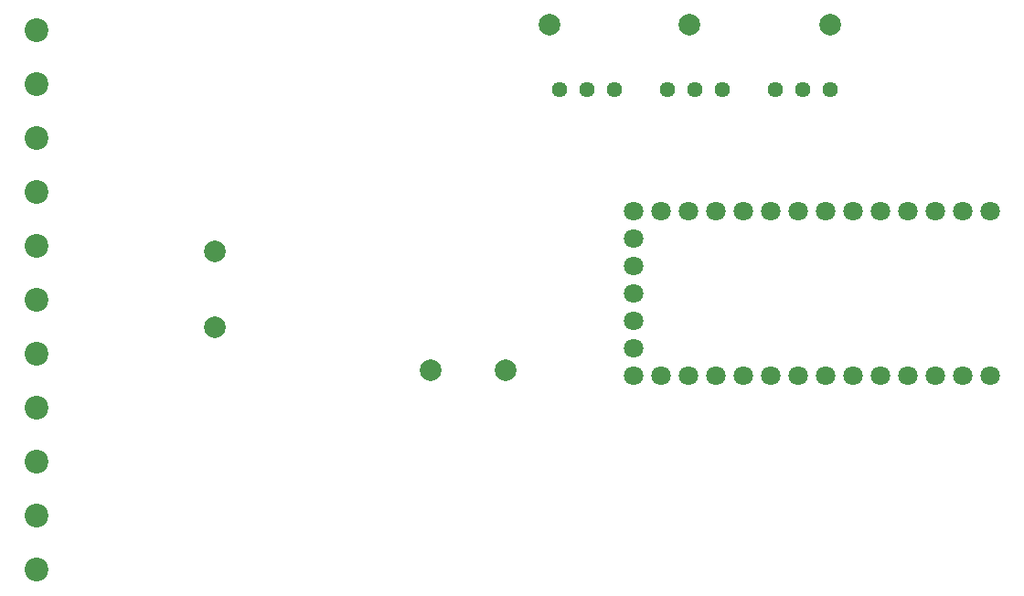
<source format=gbr>
%TF.GenerationSoftware,KiCad,Pcbnew,(5.1.7)-1*%
%TF.CreationDate,2020-11-09T09:10:02-08:00*%
%TF.ProjectId,Valve_Controller_Schematic,56616c76-655f-4436-9f6e-74726f6c6c65,rev?*%
%TF.SameCoordinates,Original*%
%TF.FileFunction,Soldermask,Bot*%
%TF.FilePolarity,Negative*%
%FSLAX46Y46*%
G04 Gerber Fmt 4.6, Leading zero omitted, Abs format (unit mm)*
G04 Created by KiCad (PCBNEW (5.1.7)-1) date 2020-11-09 09:10:02*
%MOMM*%
%LPD*%
G01*
G04 APERTURE LIST*
%ADD10C,2.000000*%
%ADD11C,1.800000*%
%ADD12C,1.440000*%
%ADD13C,2.200000*%
G04 APERTURE END LIST*
D10*
%TO.C,TP7*%
X127000000Y-103000000D03*
%TD*%
%TO.C,TP6*%
X127000000Y-96000000D03*
%TD*%
%TO.C,TP5*%
X154000000Y-107000000D03*
%TD*%
%TO.C,TP4*%
X147000000Y-107000000D03*
%TD*%
%TO.C,TP3*%
X184000000Y-75000000D03*
%TD*%
%TO.C,TP2*%
X171000000Y-75000000D03*
%TD*%
%TO.C,TP1*%
X158000000Y-75000000D03*
%TD*%
D11*
%TO.C,U1*%
X173430000Y-107500000D03*
X170890000Y-107500000D03*
X168350000Y-107500000D03*
X165810000Y-107500000D03*
X165810000Y-104960000D03*
X165810000Y-102420000D03*
X165810000Y-99880000D03*
X165810000Y-97340000D03*
X165810000Y-94800000D03*
X165810000Y-92260000D03*
X168350000Y-92260000D03*
X170890000Y-92260000D03*
X173430000Y-92260000D03*
X175970000Y-92260000D03*
X175970000Y-107500000D03*
X178510000Y-107500000D03*
X178510000Y-92260000D03*
X181050000Y-107500000D03*
X181050000Y-92260000D03*
X183590000Y-107500000D03*
X183590000Y-92260000D03*
X186130000Y-92260000D03*
X188670000Y-92260000D03*
X186130000Y-107500000D03*
X188670000Y-107500000D03*
X191210000Y-107500000D03*
X193750000Y-107500000D03*
X196290000Y-107500000D03*
X198830000Y-107500000D03*
X191210000Y-92260000D03*
X193750000Y-92260000D03*
X196290000Y-92260000D03*
X198830000Y-92260000D03*
%TD*%
D12*
%TO.C,RV3*%
X158920000Y-81000000D03*
X161460000Y-81000000D03*
X164000000Y-81000000D03*
%TD*%
%TO.C,RV2*%
X178920000Y-81000000D03*
X181460000Y-81000000D03*
X184000000Y-81000000D03*
%TD*%
%TO.C,RV1*%
X168920000Y-81000000D03*
X171460000Y-81000000D03*
X174000000Y-81000000D03*
%TD*%
D13*
%TO.C,J1*%
X110500000Y-75500000D03*
X110500000Y-80500000D03*
X110500000Y-85500000D03*
X110500000Y-90500000D03*
X110500000Y-95500000D03*
X110500000Y-100500000D03*
X110500000Y-105500000D03*
X110500000Y-110500000D03*
X110500000Y-115500000D03*
X110500000Y-120500000D03*
X110500000Y-125500000D03*
%TD*%
M02*

</source>
